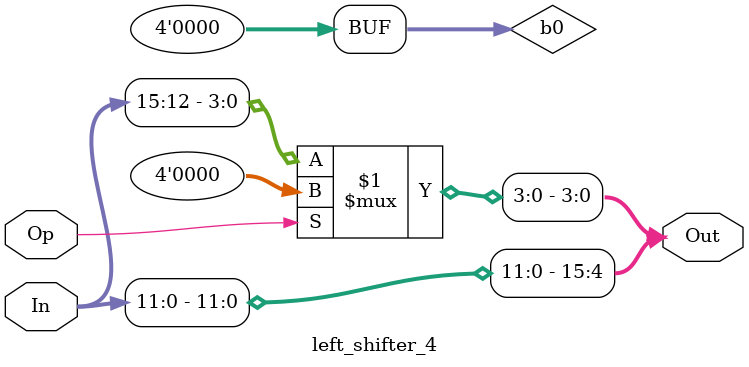
<source format=v>
/*
    shift/rotate the input to the left by four bits
    Op is 1, shift
    Op is 0, rotate
 */
module left_shifter_4 (In, Op, Out);
    parameter   N = 16;
    parameter   B = 4;

    input[N-1:0]    In;
    input           Op;
    output[N-1:0]   Out;

    // B bits of 0
    wire[B-1:0] b0 = {B{1'b0}};
    // shift/rotate the input by B bits
    assign Out = {In[N-1-B:0], Op ? b0 : In[N-1:N-B]};
endmodule     
</source>
